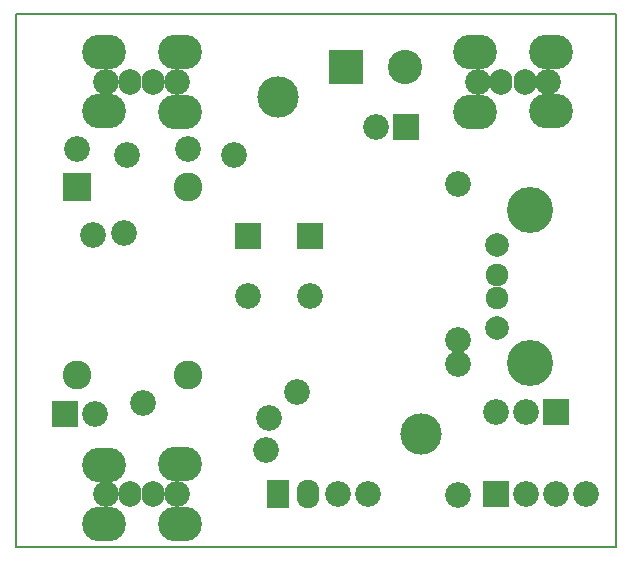
<source format=gbr>
G04 #@! TF.FileFunction,Soldermask,Top*
%FSLAX46Y46*%
G04 Gerber Fmt 4.6, Leading zero omitted, Abs format (unit mm)*
G04 Created by KiCad (PCBNEW 4.0.5+dfsg1-4) date Wed Feb 28 09:20:33 2018*
%MOMM*%
%LPD*%
G01*
G04 APERTURE LIST*
%ADD10C,0.100000*%
%ADD11C,0.150000*%
%ADD12R,2.178000X2.178000*%
%ADD13C,2.178000*%
%ADD14C,2.000200*%
%ADD15C,1.924000*%
%ADD16C,3.900120*%
%ADD17R,2.432000X2.432000*%
%ADD18C,2.432000*%
%ADD19R,2.899360X2.899360*%
%ADD20C,2.899360*%
%ADD21R,1.924000X2.432000*%
%ADD22O,1.924000X2.432000*%
%ADD23C,3.501340*%
%ADD24O,1.924000X2.178000*%
%ADD25O,3.702000X2.940000*%
G04 APERTURE END LIST*
D10*
D11*
X0Y0D02*
X0Y-45085000D01*
X50800000Y0D02*
X0Y0D01*
X50800000Y-45085000D02*
X50800000Y0D01*
X0Y-45085000D02*
X50800000Y-45085000D01*
D12*
X24892000Y-18796000D03*
D13*
X24892000Y-23876000D03*
D14*
X40767000Y-26543000D03*
D15*
X40767000Y-24043640D03*
X40767000Y-22044660D03*
D14*
X40767000Y-19542760D03*
D16*
X43517820Y-29542740D03*
X43517820Y-16543020D03*
D12*
X33020000Y-9525000D03*
D13*
X30480000Y-9525000D03*
D12*
X4127500Y-33845500D03*
D13*
X6667500Y-33845500D03*
D17*
X5207000Y-14668500D03*
D18*
X14605000Y-14668500D03*
X5207000Y-30543500D03*
X14605000Y-30543500D03*
D19*
X27940000Y-4445000D03*
D20*
X32941260Y-4445000D03*
D12*
X19685000Y-18796000D03*
D13*
X19685000Y-23876000D03*
D21*
X22225000Y-40640000D03*
D22*
X24765000Y-40640000D03*
D13*
X27305000Y-40640000D03*
X29845000Y-40640000D03*
D23*
X22225000Y-6985000D03*
X34290000Y-35560000D03*
D12*
X40640000Y-40640000D03*
D13*
X43180000Y-40640000D03*
X45720000Y-40640000D03*
X48260000Y-40640000D03*
D12*
X45720000Y-33655000D03*
D13*
X43180000Y-33655000D03*
X40640000Y-33655000D03*
X5207000Y-11430000D03*
X14605000Y-11430000D03*
X7620000Y-40640000D03*
D24*
X9620000Y-40640000D03*
X11620000Y-40640000D03*
D13*
X13620000Y-40640000D03*
D25*
X13875000Y-38100000D03*
X13875000Y-43180000D03*
X7420000Y-38140000D03*
X7420000Y-43140000D03*
D13*
X7620000Y-5715000D03*
D24*
X9620000Y-5715000D03*
X11620000Y-5715000D03*
D13*
X13620000Y-5715000D03*
D25*
X13875000Y-3175000D03*
X13875000Y-8255000D03*
X7420000Y-3215000D03*
X7420000Y-8215000D03*
D13*
X45085000Y-5715000D03*
D24*
X43085000Y-5715000D03*
X41085000Y-5715000D03*
D13*
X39085000Y-5715000D03*
D25*
X38830000Y-8255000D03*
X38830000Y-3175000D03*
X45285000Y-8215000D03*
X45285000Y-3215000D03*
D13*
X37465000Y-27559000D03*
X37465000Y-14351000D03*
X37465000Y-40703500D03*
X37465000Y-29654500D03*
X21209000Y-36893500D03*
X10731500Y-32956500D03*
X9398000Y-11938000D03*
X18478500Y-11938000D03*
X6540500Y-18669000D03*
X21399500Y-34226500D03*
X9144000Y-18542000D03*
X23812500Y-32004000D03*
M02*

</source>
